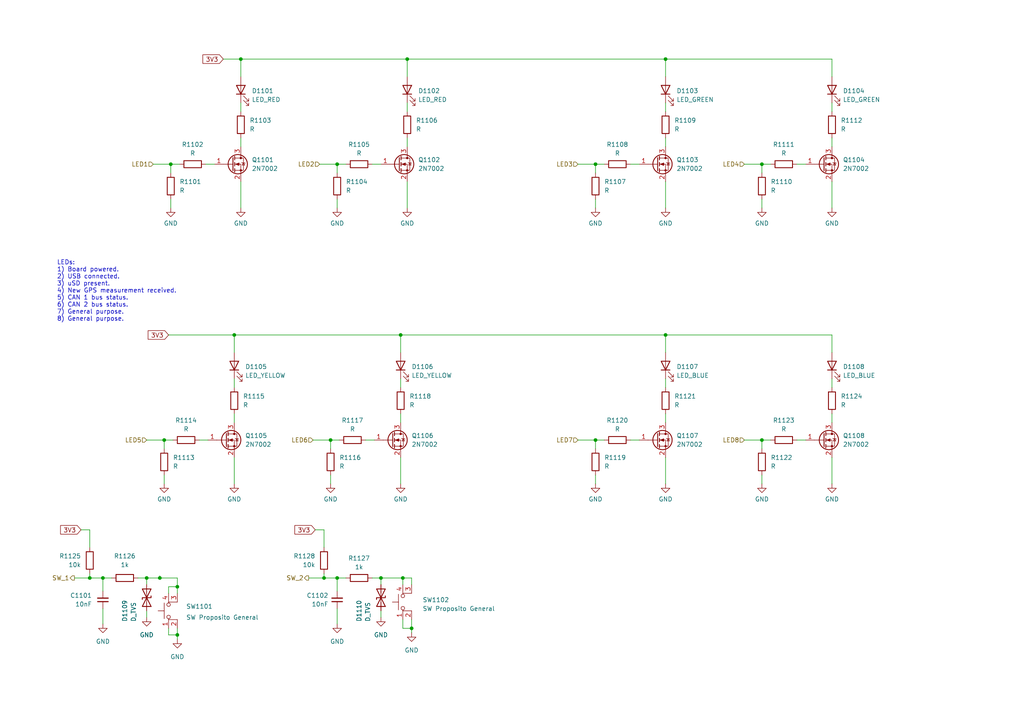
<source format=kicad_sch>
(kicad_sch (version 20211123) (generator eeschema)
  (paper "A4")
  (lib_symbols
    (symbol "Device:C_Small" (pin_numbers hide) (pin_names (offset 0.254) hide)
      (property "Reference" "C" (at 0.254 1.778 0))
      (property "Value" "C_Small" (at 0.254 -2.032 0))
      (symbol "C_Small_0_1"
        (polyline (pts (xy -1.524 -0.508) (xy 1.524 -0.508)) (stroke (width 0.3302)))
        (polyline (pts (xy -1.524 0.508) (xy 1.524 0.508)) (stroke (width 0.3048)))
      )
      (symbol "C_Small_1_1"
        (pin passive line (at 0 2.54 270) (length 2.032) (name "~") (number "1"))
        (pin passive line (at 0 -2.54 90) (length 2.032) (name "~") (number "2"))
      )
    )
    (symbol "Device:D_TVS" (pin_numbers hide) (pin_names (offset 1.016) hide)
      (property "Reference" "D" (at 0 2.54 0))
      (property "Value" "D_TVS" (at 0 -2.54 0))
      (symbol "D_TVS_0_1"
        (polyline (pts (xy 1.27 0) (xy -1.27 0)))
        (polyline (pts (xy 0.508 1.27) (xy 0 1.27) (xy 0 -1.27) (xy -0.508 -1.27)) (stroke (width 0.254)))
        (polyline (pts (xy -2.54 1.27) (xy -2.54 -1.27) (xy 2.54 1.27) (xy 2.54 -1.27) (xy -2.54 1.27)) (stroke (width 0.254)))
      )
      (symbol "D_TVS_1_1"
        (pin passive line (at -3.81 0 0) (length 2.54) (name "A1") (number "1"))
        (pin passive line (at 3.81 0 180) (length 2.54) (name "A2") (number "2"))
      )
    )
    (symbol "Device:LED" (pin_numbers hide) (pin_names (offset 1.016) hide)
      (property "Reference" "D" (at 0 2.54 0))
      (property "Value" "LED" (at 0 -2.54 0))
      (symbol "LED_0_1"
        (polyline (pts (xy -1.27 -1.27) (xy -1.27 1.27)) (stroke (width 0.254)))
        (polyline (pts (xy -1.27 0) (xy 1.27 0)))
        (polyline (pts (xy 1.27 -1.27) (xy 1.27 1.27) (xy -1.27 0) (xy 1.27 -1.27)) (stroke (width 0.254)))
        (polyline (pts (xy -3.048 -0.762) (xy -4.572 -2.286) (xy -3.81 -2.286) (xy -4.572 -2.286) (xy -4.572 -1.524)))
        (polyline (pts (xy -1.778 -0.762) (xy -3.302 -2.286) (xy -2.54 -2.286) (xy -3.302 -2.286) (xy -3.302 -1.524)))
      )
      (symbol "LED_1_1"
        (pin passive line (at -3.81 0 0) (length 2.54) (name "K") (number "1"))
        (pin passive line (at 3.81 0 180) (length 2.54) (name "A") (number "2"))
      )
    )
    (symbol "Device:R" (pin_numbers hide) (pin_names (offset 0))
      (property "Reference" "R" (at 2.032 0 90))
      (property "Value" "R" (at 0 0 90))
      (symbol "R_0_1"
        (rectangle (start -1.016 -2.54) (end 1.016 2.54) (stroke (width 0.254)))
      )
      (symbol "R_1_1"
        (pin passive line (at 0 3.81 270) (length 1.27) (name "~") (number "1"))
        (pin passive line (at 0 -3.81 90) (length 1.27) (name "~") (number "2"))
      )
    )
    (symbol "Switch:SW_MEC_5E" (pin_names (offset 1.016) hide)
      (property "Reference" "SW" (at 0.635 5.715 0))
      (property "Value" "SW_MEC_5E" (at 0 -3.175 0))
      (symbol "SW_MEC_5E_0_1"
        (circle (center -1.778 2.54) (radius 0.508))
        (polyline (pts (xy -2.286 3.81) (xy 2.286 3.81)))
        (polyline (pts (xy 0 3.81) (xy 0 5.588)))
        (polyline (pts (xy -2.54 0) (xy -2.54 2.54) (xy -2.286 2.54)))
        (polyline (pts (xy 2.54 0) (xy 2.54 2.54) (xy 2.286 2.54)))
        (circle (center 1.778 2.54) (radius 0.508))
        (pin passive line (at -5.08 2.54 0) (length 2.54) (name "1") (number "1"))
        (pin passive line (at -5.08 0 0) (length 2.54) (name "2") (number "2"))
        (pin passive line (at 5.08 0 180) (length 2.54) (name "K") (number "3"))
        (pin passive line (at 5.08 2.54 180) (length 2.54) (name "A") (number "4"))
      )
    )
    (symbol "Transistor_FET:2N7002" (pin_names hide)
      (property "Reference" "Q" (at 5.08 1.905 0))
      (property "Value" "2N7002" (at 5.08 0 0))
      (symbol "2N7002_0_1"
        (polyline (pts (xy 0.254 0) (xy -2.54 0)))
        (polyline (pts (xy 0.254 1.905) (xy 0.254 -1.905)) (stroke (width 0.254)))
        (polyline (pts (xy 0.762 -1.27) (xy 0.762 -2.286)) (stroke (width 0.254)))
        (polyline (pts (xy 0.762 0.508) (xy 0.762 -0.508)) (stroke (width 0.254)))
        (polyline (pts (xy 0.762 2.286) (xy 0.762 1.27)) (stroke (width 0.254)))
        (polyline (pts (xy 2.54 2.54) (xy 2.54 1.778)))
        (polyline (pts (xy 2.54 -2.54) (xy 2.54 0) (xy 0.762 0)))
        (polyline (pts (xy 0.762 -1.778) (xy 3.302 -1.778) (xy 3.302 1.778) (xy 0.762 1.778)))
        (polyline (pts (xy 1.016 0) (xy 2.032 0.381) (xy 2.032 -0.381) (xy 1.016 0)) (fill (type outline)))
        (polyline (pts (xy 2.794 0.508) (xy 2.921 0.381) (xy 3.683 0.381) (xy 3.81 0.254)))
        (polyline (pts (xy 3.302 0.381) (xy 2.921 -0.254) (xy 3.683 -0.254) (xy 3.302 0.381)))
        (circle (center 1.651 0) (radius 2.794) (stroke (width 0.254)))
        (circle (center 2.54 -1.778) (radius 0.254) (fill (type outline)))
        (circle (center 2.54 1.778) (radius 0.254) (fill (type outline)))
      )
      (symbol "2N7002_1_1"
        (pin input line (at -5.08 0 0) (length 2.54) (name "G") (number "1"))
        (pin passive line (at 2.54 -5.08 90) (length 2.54) (name "S") (number "2"))
        (pin passive line (at 2.54 5.08 270) (length 2.54) (name "D") (number "3"))
      )
    )
    (symbol "power:GND" (power) (pin_names (offset 0))
      (property "Value" "GND" (at 0 -3.81 0))
      (symbol "GND_0_1"
        (polyline (pts (xy 0 0) (xy 0 -1.27) (xy 1.27 -1.27) (xy 0 -2.54) (xy -1.27 -1.27) (xy 0 -1.27)))
      )
      (symbol "GND_1_1"
        (pin power_in line (at 0 0 270) (length 0) hide (name "GND") (number "1"))
      )
    )
  )
  (junction (at 97.79 47.625))
  (junction (at 97.79 167.64))
  (junction (at 49.53 47.625))
  (junction (at 172.72 47.625))
  (junction (at 95.885 127.635))
  (junction (at 47.625 127.635))
  (junction (at 118.11 17.145))
  (junction (at 46.355 167.64))
  (junction (at 119.38 182.245))
  (junction (at 51.435 170.18))
  (junction (at 29.845 167.64))
  (junction (at 110.49 167.64))
  (junction (at 93.98 167.64))
  (junction (at 42.545 167.64))
  (junction (at 220.98 47.625))
  (junction (at 193.04 17.145))
  (junction (at 220.98 127.635))
  (junction (at 67.945 97.155))
  (junction (at 51.435 184.15))
  (junction (at 26.035 167.64))
  (junction (at 172.72 127.635))
  (junction (at 69.85 17.145))
  (junction (at 116.205 97.155))
  (junction (at 116.84 167.64))
  (junction (at 193.04 97.155))
  (wire (pts (xy 49.53 57.785) (xy 49.53 60.325)))
  (wire (pts (xy 116.84 167.64) (xy 116.84 169.545)))
  (wire (pts (xy 49.53 47.625) (xy 49.53 50.165)))
  (wire (pts (xy 241.3 120.015) (xy 241.3 122.555)))
  (wire (pts (xy 119.38 167.64) (xy 119.38 169.545)))
  (wire (pts (xy 182.88 47.625) (xy 185.42 47.625)))
  (wire (pts (xy 223.52 47.625) (xy 220.98 47.625)))
  (wire (pts (xy 193.04 17.145) (xy 241.3 17.145)))
  (wire (pts (xy 193.04 40.005) (xy 193.04 42.545)))
  (wire (pts (xy 215.9 127.635) (xy 220.98 127.635)))
  (wire (pts (xy 241.3 17.145) (xy 241.3 22.225)))
  (wire (pts (xy 67.945 97.155) (xy 116.205 97.155)))
  (wire (pts (xy 118.11 17.145) (xy 193.04 17.145)))
  (wire (pts (xy 193.04 120.015) (xy 193.04 122.555)))
  (wire (pts (xy 97.79 167.64) (xy 97.79 171.45)))
  (wire (pts (xy 241.3 52.705) (xy 241.3 60.325)))
  (wire (pts (xy 51.435 184.15) (xy 51.435 185.42)))
  (wire (pts (xy 193.04 132.715) (xy 193.04 140.335)))
  (wire (pts (xy 172.72 47.625) (xy 172.72 50.165)))
  (wire (pts (xy 97.79 47.625) (xy 97.79 50.165)))
  (wire (pts (xy 47.625 127.635) (xy 47.625 130.175)))
  (wire (pts (xy 67.945 132.715) (xy 67.945 140.335)))
  (wire (pts (xy 241.3 97.155) (xy 241.3 102.235)))
  (wire (pts (xy 29.845 176.53) (xy 29.845 180.975)))
  (wire (pts (xy 193.04 97.155) (xy 241.3 97.155)))
  (wire (pts (xy 47.625 137.795) (xy 47.625 140.335)))
  (wire (pts (xy 172.72 57.785) (xy 172.72 60.325)))
  (wire (pts (xy 110.49 177.165) (xy 110.49 179.07)))
  (wire (pts (xy 106.045 127.635) (xy 108.585 127.635)))
  (wire (pts (xy 231.14 47.625) (xy 233.68 47.625)))
  (wire (pts (xy 46.355 167.64) (xy 46.355 167.005)))
  (wire (pts (xy 118.11 29.845) (xy 118.11 32.385)))
  (wire (pts (xy 193.04 17.145) (xy 193.04 22.225)))
  (wire (pts (xy 116.84 167.64) (xy 119.38 167.64)))
  (wire (pts (xy 223.52 127.635) (xy 220.98 127.635)))
  (wire (pts (xy 220.98 57.785) (xy 220.98 60.325)))
  (wire (pts (xy 167.64 47.625) (xy 172.72 47.625)))
  (wire (pts (xy 48.895 170.18) (xy 51.435 170.18)))
  (wire (pts (xy 89.535 167.64) (xy 93.98 167.64)))
  (wire (pts (xy 26.035 167.64) (xy 29.845 167.64)))
  (wire (pts (xy 67.945 97.155) (xy 67.945 102.235)))
  (wire (pts (xy 97.79 57.785) (xy 97.79 60.325)))
  (wire (pts (xy 175.26 47.625) (xy 172.72 47.625)))
  (wire (pts (xy 241.3 132.715) (xy 241.3 140.335)))
  (wire (pts (xy 182.88 127.635) (xy 185.42 127.635)))
  (wire (pts (xy 215.9 47.625) (xy 220.98 47.625)))
  (wire (pts (xy 116.205 97.155) (xy 116.205 102.235)))
  (wire (pts (xy 69.85 52.705) (xy 69.85 60.325)))
  (wire (pts (xy 51.435 170.18) (xy 51.435 172.085)))
  (wire (pts (xy 57.785 127.635) (xy 60.325 127.635)))
  (wire (pts (xy 241.3 29.845) (xy 241.3 32.385)))
  (wire (pts (xy 220.98 47.625) (xy 220.98 50.165)))
  (wire (pts (xy 48.895 182.245) (xy 48.895 184.15)))
  (wire (pts (xy 42.545 167.64) (xy 46.355 167.64)))
  (wire (pts (xy 40.005 167.64) (xy 42.545 167.64)))
  (wire (pts (xy 116.205 132.715) (xy 116.205 140.335)))
  (wire (pts (xy 193.04 29.845) (xy 193.04 32.385)))
  (wire (pts (xy 119.38 182.245) (xy 119.38 179.705)))
  (wire (pts (xy 59.69 47.625) (xy 62.23 47.625)))
  (wire (pts (xy 93.98 153.67) (xy 93.98 158.75)))
  (wire (pts (xy 220.98 137.795) (xy 220.98 140.335)))
  (wire (pts (xy 69.85 17.145) (xy 118.11 17.145)))
  (wire (pts (xy 116.205 120.015) (xy 116.205 122.555)))
  (wire (pts (xy 69.85 17.145) (xy 69.85 22.225)))
  (wire (pts (xy 42.545 177.165) (xy 42.545 179.07)))
  (wire (pts (xy 97.79 176.53) (xy 97.79 180.975)))
  (wire (pts (xy 67.945 120.015) (xy 67.945 122.555)))
  (wire (pts (xy 48.895 97.155) (xy 67.945 97.155)))
  (wire (pts (xy 172.72 137.795) (xy 172.72 140.335)))
  (wire (pts (xy 118.11 17.145) (xy 118.11 22.225)))
  (wire (pts (xy 118.11 40.005) (xy 118.11 42.545)))
  (wire (pts (xy 95.885 137.795) (xy 95.885 140.335)))
  (wire (pts (xy 48.895 172.085) (xy 48.895 170.18)))
  (wire (pts (xy 167.64 127.635) (xy 172.72 127.635)))
  (wire (pts (xy 32.385 167.64) (xy 29.845 167.64)))
  (wire (pts (xy 107.95 47.625) (xy 110.49 47.625)))
  (wire (pts (xy 91.44 153.67) (xy 93.98 153.67)))
  (wire (pts (xy 193.04 97.155) (xy 193.04 102.235)))
  (wire (pts (xy 116.84 179.705) (xy 116.84 182.245)))
  (wire (pts (xy 193.04 109.855) (xy 193.04 112.395)))
  (wire (pts (xy 44.45 47.625) (xy 49.53 47.625)))
  (wire (pts (xy 119.38 182.245) (xy 119.38 183.515)))
  (wire (pts (xy 64.77 17.145) (xy 69.85 17.145)))
  (wire (pts (xy 172.72 127.635) (xy 172.72 130.175)))
  (wire (pts (xy 48.895 184.15) (xy 51.435 184.15)))
  (wire (pts (xy 118.11 52.705) (xy 118.11 60.325)))
  (wire (pts (xy 98.425 127.635) (xy 95.885 127.635)))
  (wire (pts (xy 93.98 167.64) (xy 97.79 167.64)))
  (wire (pts (xy 26.035 166.37) (xy 26.035 167.64)))
  (wire (pts (xy 67.945 109.855) (xy 67.945 112.395)))
  (wire (pts (xy 42.545 167.64) (xy 42.545 169.545)))
  (wire (pts (xy 231.14 127.635) (xy 233.68 127.635)))
  (wire (pts (xy 110.49 167.64) (xy 116.84 167.64)))
  (wire (pts (xy 100.33 167.64) (xy 97.79 167.64)))
  (wire (pts (xy 116.84 182.245) (xy 119.38 182.245)))
  (wire (pts (xy 116.205 109.855) (xy 116.205 112.395)))
  (wire (pts (xy 26.035 153.67) (xy 26.035 158.75)))
  (wire (pts (xy 90.805 127.635) (xy 95.885 127.635)))
  (wire (pts (xy 241.3 40.005) (xy 241.3 42.545)))
  (wire (pts (xy 52.07 47.625) (xy 49.53 47.625)))
  (wire (pts (xy 23.495 153.67) (xy 26.035 153.67)))
  (wire (pts (xy 51.435 167.64) (xy 51.435 170.18)))
  (wire (pts (xy 110.49 167.64) (xy 110.49 169.545)))
  (wire (pts (xy 69.85 40.005) (xy 69.85 42.545)))
  (wire (pts (xy 46.355 167.64) (xy 51.435 167.64)))
  (wire (pts (xy 50.165 127.635) (xy 47.625 127.635)))
  (wire (pts (xy 51.435 182.245) (xy 51.435 184.15)))
  (wire (pts (xy 241.3 109.855) (xy 241.3 112.395)))
  (wire (pts (xy 42.545 127.635) (xy 47.625 127.635)))
  (wire (pts (xy 116.205 97.155) (xy 193.04 97.155)))
  (wire (pts (xy 107.95 167.64) (xy 110.49 167.64)))
  (wire (pts (xy 175.26 127.635) (xy 172.72 127.635)))
  (wire (pts (xy 95.885 127.635) (xy 95.885 130.175)))
  (wire (pts (xy 93.98 166.37) (xy 93.98 167.64)))
  (wire (pts (xy 92.71 47.625) (xy 97.79 47.625)))
  (wire (pts (xy 193.04 52.705) (xy 193.04 60.325)))
  (wire (pts (xy 29.845 167.64) (xy 29.845 171.45)))
  (wire (pts (xy 21.59 167.64) (xy 26.035 167.64)))
  (wire (pts (xy 220.98 127.635) (xy 220.98 130.175)))
  (wire (pts (xy 69.85 29.845) (xy 69.85 32.385)))
  (wire (pts (xy 100.33 47.625) (xy 97.79 47.625)))
  (text "LEDs:\n1) Board powered.\n2) USB connected.\n3) uSD present.\n4) New GPS measurement received.\n5) CAN 1 bus status.\n6) CAN 2 bus status.\n7) General purpose.\n8) General purpose." (at 16.51 93.345 0) (effects (font (size 1.27 1.27)) (justify left bottom)))
  (global_label "3V3" (shape input) (at 91.44 153.67 180) (property "Intersheet References" "${INTERSHEET_REFS}" (effects hide)))
  (global_label "3V3" (shape input) (at 64.77 17.145 180) (property "Intersheet References" "${INTERSHEET_REFS}" (effects hide)))
  (global_label "3V3" (shape input) (at 48.895 97.155 180) (property "Intersheet References" "${INTERSHEET_REFS}" (effects hide)))
  (global_label "3V3" (shape input) (at 23.495 153.67 180) (property "Intersheet References" "${INTERSHEET_REFS}" (effects hide)))
  (hierarchical_label "LED6" (shape input) (at 90.805 127.635 180))
  (hierarchical_label "LED7" (shape input) (at 167.64 127.635 180))
  (hierarchical_label "LED1" (shape input) (at 44.45 47.625 180))
  (hierarchical_label "LED3" (shape input) (at 167.64 47.625 180))
  (hierarchical_label "SW_1" (shape output) (at 21.59 167.64 180))
  (hierarchical_label "SW_2" (shape output) (at 89.535 167.64 180))
  (hierarchical_label "LED4" (shape input) (at 215.9 47.625 180))
  (hierarchical_label "LED2" (shape input) (at 92.71 47.625 180))
  (hierarchical_label "LED5" (shape input) (at 42.545 127.635 180))
  (hierarchical_label "LED8" (shape input) (at 215.9 127.635 180))
  (symbol (lib_id "Device:LED") (at 193.04 26.035 90) (unit 1)
    (property "Reference" "D1103" (at 196.215 26.3524 90) (effects (justify right)))
    (property "Value" "LED_GREEN" (at 196.215 28.8924 90) (effects (justify right)))
    (property "Footprint" "LED_SMD:LED_0805_2012Metric_Pad1.15x1.40mm_HandSolder" (effects hide))
  )
  (symbol (lib_id "Device:R") (at 55.88 47.625 90) (unit 1)
    (property "Reference" "R1102" (at 55.88 41.91 90))
    (property "Value" "R" (at 55.88 44.45 90))
    (property "Footprint" "Resistor_SMD:R_0402_1005Metric_Pad0.72x0.64mm_HandSolder" (effects hide))
  )
  (symbol (lib_id "Device:R") (at 95.885 133.985 180) (unit 1)
    (property "Reference" "R1116" (at 98.425 132.7149 0) (effects (justify right)))
    (property "Value" "R" (at 98.425 135.2549 0) (effects (justify right)))
    (property "Footprint" "Resistor_SMD:R_0402_1005Metric_Pad0.72x0.64mm_HandSolder" (effects hide))
  )
  (symbol (lib_id "power:GND") (at 172.72 140.335 0) (unit 1)
    (property "Reference" "#PWR0161" (effects hide))
    (property "Value" "GND" (at 172.72 144.78 0))
  )
  (symbol (lib_id "Device:R") (at 47.625 133.985 180) (unit 1)
    (property "Reference" "R1113" (at 50.165 132.7149 0) (effects (justify right)))
    (property "Value" "R" (at 50.165 135.2549 0) (effects (justify right)))
    (property "Footprint" "Resistor_SMD:R_0402_1005Metric_Pad0.72x0.64mm_HandSolder" (effects hide))
  )
  (symbol (lib_id "Device:R") (at 172.72 133.985 180) (unit 1)
    (property "Reference" "R1119" (at 175.26 132.7149 0) (effects (justify right)))
    (property "Value" "R" (at 175.26 135.2549 0) (effects (justify right)))
    (property "Footprint" "Resistor_SMD:R_0402_1005Metric_Pad0.72x0.64mm_HandSolder" (effects hide))
  )
  (symbol (lib_id "Device:R") (at 67.945 116.205 180) (unit 1)
    (property "Reference" "R1115" (at 70.485 114.9349 0) (effects (justify right)))
    (property "Value" "R" (at 70.485 117.4749 0) (effects (justify right)))
    (property "Footprint" "Resistor_SMD:R_0805_2012Metric_Pad1.20x1.40mm_HandSolder" (effects hide))
  )
  (symbol (lib_id "Device:LED") (at 241.3 26.035 90) (unit 1)
    (property "Reference" "D1104" (at 244.475 26.3524 90) (effects (justify right)))
    (property "Value" "LED_GREEN" (at 244.475 28.8924 90) (effects (justify right)))
    (property "Footprint" "LED_SMD:LED_0805_2012Metric_Pad1.15x1.40mm_HandSolder" (effects hide))
  )
  (symbol (lib_id "Transistor_FET:2N7002") (at 67.31 47.625 0) (unit 1)
    (property "Reference" "Q1101" (at 73.025 46.3549 0) (effects (justify left)))
    (property "Value" "2N7002" (at 73.025 48.8949 0) (effects (justify left)))
    (property "Footprint" "Package_TO_SOT_SMD:SOT-23" (effects hide))
    (property "Datasheet" "https://www.onsemi.com/pub/Collateral/NDS7002A-D.PDF" (effects hide))
  )
  (symbol (lib_id "Transistor_FET:2N7002") (at 238.76 127.635 0) (unit 1)
    (property "Reference" "Q1108" (at 244.475 126.3649 0) (effects (justify left)))
    (property "Value" "2N7002" (at 244.475 128.9049 0) (effects (justify left)))
    (property "Footprint" "Package_TO_SOT_SMD:SOT-23" (effects hide))
    (property "Datasheet" "https://www.onsemi.com/pub/Collateral/NDS7002A-D.PDF" (effects hide))
  )
  (symbol (lib_id "power:GND") (at 69.85 60.325 0) (unit 1)
    (property "Reference" "#PWR0147" (effects hide))
    (property "Value" "GND" (at 69.85 64.77 0))
  )
  (symbol (lib_id "power:GND") (at 119.38 183.515 0) (unit 1)
    (property "Reference" "#PWR0165" (effects hide))
    (property "Value" "GND" (at 119.38 188.595 0))
  )
  (symbol (lib_id "Device:R") (at 241.3 36.195 180) (unit 1)
    (property "Reference" "R1112" (at 243.84 34.9249 0) (effects (justify right)))
    (property "Value" "R" (at 243.84 37.4649 0) (effects (justify right)))
    (property "Footprint" "Resistor_SMD:R_0805_2012Metric_Pad1.20x1.40mm_HandSolder" (effects hide))
  )
  (symbol (lib_id "Device:C_Small") (at 97.79 173.99 0) (mirror x) (unit 1)
    (property "Reference" "C1102" (at 95.25 172.7135 0) (effects (justify right)))
    (property "Value" "10nF" (at 95.25 175.2535 0) (effects (justify right)))
    (property "Footprint" "Capacitor_SMD:C_0402_1005Metric_Pad0.74x0.62mm_HandSolder" (effects hide))
  )
  (symbol (lib_id "power:GND") (at 67.945 140.335 0) (unit 1)
    (property "Reference" "#PWR0155" (effects hide))
    (property "Value" "GND" (at 67.945 144.78 0))
  )
  (symbol (lib_id "power:GND") (at 172.72 60.325 0) (unit 1)
    (property "Reference" "#PWR0151" (effects hide))
    (property "Value" "GND" (at 172.72 64.77 0))
  )
  (symbol (lib_id "Device:D_TVS") (at 110.49 173.355 270) (mirror x) (unit 1)
    (property "Reference" "D1110" (at 104.14 180.34 0) (effects (justify left)))
    (property "Value" "D_TVS" (at 106.68 180.34 0) (effects (justify left)))
    (property "Footprint" "Diode_SMD:D_0402_1005Metric_Pad0.77x0.64mm_HandSolder" (effects hide))
  )
  (symbol (lib_id "Device:C_Small") (at 29.845 173.99 0) (mirror x) (unit 1)
    (property "Reference" "C1101" (at 26.67 172.7135 0) (effects (justify right)))
    (property "Value" "10nF" (at 26.67 175.2535 0) (effects (justify right)))
    (property "Footprint" "Capacitor_SMD:C_0402_1005Metric_Pad0.74x0.62mm_HandSolder" (effects hide))
  )
  (symbol (lib_id "Switch:SW_MEC_5E") (at 51.435 177.165 90) (unit 1)
    (property "Reference" "SW1101" (at 53.975 175.895 90) (effects (justify right)))
    (property "Value" "SW Proposito General" (at 53.975 179.07 90) (effects (justify right)))
    (property "Footprint" "TL3305AF160QG:SW_TL3305AF160QG" (effects hide))
    (property "Datasheet" "http://www.apem.com/int/index.php?controller=attachment&id_attachment=1371" (effects hide))
  )
  (symbol (lib_id "Device:R") (at 220.98 53.975 180) (unit 1)
    (property "Reference" "R1110" (at 223.52 52.7049 0) (effects (justify right)))
    (property "Value" "R" (at 223.52 55.2449 0) (effects (justify right)))
    (property "Footprint" "Resistor_SMD:R_0402_1005Metric_Pad0.72x0.64mm_HandSolder" (effects hide))
  )
  (symbol (lib_id "Device:R") (at 104.14 167.64 90) (unit 1)
    (property "Reference" "R1127" (at 104.14 161.925 90))
    (property "Value" "1k" (at 104.14 164.465 90))
    (property "Footprint" "Resistor_SMD:R_0402_1005Metric_Pad0.72x0.64mm_HandSolder" (effects hide))
  )
  (symbol (lib_id "Transistor_FET:2N7002") (at 115.57 47.625 0) (unit 1)
    (property "Reference" "Q1102" (at 121.285 46.3549 0) (effects (justify left)))
    (property "Value" "2N7002" (at 121.285 48.8949 0) (effects (justify left)))
    (property "Footprint" "Package_TO_SOT_SMD:SOT-23" (effects hide))
    (property "Datasheet" "https://www.onsemi.com/pub/Collateral/NDS7002A-D.PDF" (effects hide))
  )
  (symbol (lib_id "Device:R") (at 118.11 36.195 180) (unit 1)
    (property "Reference" "R1106" (at 120.65 34.9249 0) (effects (justify right)))
    (property "Value" "R" (at 120.65 37.4649 0) (effects (justify right)))
    (property "Footprint" "Resistor_SMD:R_0805_2012Metric_Pad1.20x1.40mm_HandSolder" (effects hide))
  )
  (symbol (lib_id "power:GND") (at 47.625 140.335 0) (unit 1)
    (property "Reference" "#PWR0156" (effects hide))
    (property "Value" "GND" (at 47.625 144.78 0))
  )
  (symbol (lib_id "Device:LED") (at 193.04 106.045 90) (unit 1)
    (property "Reference" "D1107" (at 196.215 106.3624 90) (effects (justify right)))
    (property "Value" "LED_BLUE" (at 196.215 108.9024 90) (effects (justify right)))
    (property "Footprint" "LED_SMD:LED_0805_2012Metric_Pad1.15x1.40mm_HandSolder" (effects hide))
  )
  (symbol (lib_id "Device:R") (at 179.07 47.625 90) (unit 1)
    (property "Reference" "R1108" (at 179.07 41.91 90))
    (property "Value" "R" (at 179.07 44.45 90))
    (property "Footprint" "Resistor_SMD:R_0402_1005Metric_Pad0.72x0.64mm_HandSolder" (effects hide))
  )
  (symbol (lib_id "Device:R") (at 53.975 127.635 90) (unit 1)
    (property "Reference" "R1114" (at 53.975 121.92 90))
    (property "Value" "R" (at 53.975 124.46 90))
    (property "Footprint" "Resistor_SMD:R_0402_1005Metric_Pad0.72x0.64mm_HandSolder" (effects hide))
  )
  (symbol (lib_id "power:GND") (at 220.98 140.335 0) (unit 1)
    (property "Reference" "#PWR0159" (effects hide))
    (property "Value" "GND" (at 220.98 144.78 0))
  )
  (symbol (lib_id "power:GND") (at 42.545 179.07 0) (unit 1)
    (property "Reference" "#PWR0215" (effects hide))
    (property "Value" "GND" (at 42.545 184.15 0))
  )
  (symbol (lib_id "Device:LED") (at 67.945 106.045 90) (unit 1)
    (property "Reference" "D1105" (at 71.12 106.3624 90) (effects (justify right)))
    (property "Value" "LED_YELLOW" (at 71.12 108.9024 90) (effects (justify right)))
    (property "Footprint" "LED_SMD:LED_0805_2012Metric_Pad1.15x1.40mm_HandSolder" (effects hide))
  )
  (symbol (lib_id "Transistor_FET:2N7002") (at 190.5 47.625 0) (unit 1)
    (property "Reference" "Q1103" (at 196.215 46.3549 0) (effects (justify left)))
    (property "Value" "2N7002" (at 196.215 48.8949 0) (effects (justify left)))
    (property "Footprint" "Package_TO_SOT_SMD:SOT-23" (effects hide))
    (property "Datasheet" "https://www.onsemi.com/pub/Collateral/NDS7002A-D.PDF" (effects hide))
  )
  (symbol (lib_id "Device:R") (at 93.98 162.56 0) (mirror y) (unit 1)
    (property "Reference" "R1128" (at 91.44 161.2899 0) (effects (justify left)))
    (property "Value" "10k" (at 91.44 163.8299 0) (effects (justify left)))
    (property "Footprint" "Resistor_SMD:R_0402_1005Metric_Pad0.72x0.64mm_HandSolder" (effects hide))
  )
  (symbol (lib_id "Device:LED") (at 116.205 106.045 90) (unit 1)
    (property "Reference" "D1106" (at 119.38 106.3624 90) (effects (justify right)))
    (property "Value" "LED_YELLOW" (at 119.38 108.9024 90) (effects (justify right)))
    (property "Footprint" "LED_SMD:LED_0805_2012Metric_Pad1.15x1.40mm_HandSolder" (effects hide))
  )
  (symbol (lib_id "Device:R") (at 69.85 36.195 180) (unit 1)
    (property "Reference" "R1103" (at 72.39 34.9249 0) (effects (justify right)))
    (property "Value" "R" (at 72.39 37.4649 0) (effects (justify right)))
    (property "Footprint" "Resistor_SMD:R_0805_2012Metric_Pad1.20x1.40mm_HandSolder" (effects hide))
  )
  (symbol (lib_id "power:GND") (at 116.205 140.335 0) (unit 1)
    (property "Reference" "#PWR0153" (effects hide))
    (property "Value" "GND" (at 116.205 144.78 0))
  )
  (symbol (lib_id "power:GND") (at 241.3 140.335 0) (unit 1)
    (property "Reference" "#PWR0160" (effects hide))
    (property "Value" "GND" (at 241.3 144.78 0))
  )
  (symbol (lib_id "Device:R") (at 49.53 53.975 180) (unit 1)
    (property "Reference" "R1101" (at 52.07 52.7049 0) (effects (justify right)))
    (property "Value" "R" (at 52.07 55.2449 0) (effects (justify right)))
    (property "Footprint" "Resistor_SMD:R_0402_1005Metric_Pad0.72x0.64mm_HandSolder" (effects hide))
  )
  (symbol (lib_id "Transistor_FET:2N7002") (at 238.76 47.625 0) (unit 1)
    (property "Reference" "Q1104" (at 244.475 46.3549 0) (effects (justify left)))
    (property "Value" "2N7002" (at 244.475 48.8949 0) (effects (justify left)))
    (property "Footprint" "Package_TO_SOT_SMD:SOT-23" (effects hide))
    (property "Datasheet" "https://www.onsemi.com/pub/Collateral/NDS7002A-D.PDF" (effects hide))
  )
  (symbol (lib_id "power:GND") (at 241.3 60.325 0) (unit 1)
    (property "Reference" "#PWR0149" (effects hide))
    (property "Value" "GND" (at 241.3 64.77 0))
  )
  (symbol (lib_id "Transistor_FET:2N7002") (at 65.405 127.635 0) (unit 1)
    (property "Reference" "Q1105" (at 71.12 126.3649 0) (effects (justify left)))
    (property "Value" "2N7002" (at 71.12 128.9049 0) (effects (justify left)))
    (property "Footprint" "Package_TO_SOT_SMD:SOT-23" (effects hide))
    (property "Datasheet" "https://www.onsemi.com/pub/Collateral/NDS7002A-D.PDF" (effects hide))
  )
  (symbol (lib_id "power:GND") (at 110.49 179.07 0) (unit 1)
    (property "Reference" "#PWR0217" (effects hide))
    (property "Value" "GND" (at 110.49 184.15 0))
  )
  (symbol (lib_id "Device:R") (at 220.98 133.985 180) (unit 1)
    (property "Reference" "R1122" (at 223.52 132.7149 0) (effects (justify right)))
    (property "Value" "R" (at 223.52 135.2549 0) (effects (justify right)))
    (property "Footprint" "Resistor_SMD:R_0402_1005Metric_Pad0.72x0.64mm_HandSolder" (effects hide))
  )
  (symbol (lib_id "Device:R") (at 227.33 127.635 90) (unit 1)
    (property "Reference" "R1123" (at 227.33 121.92 90))
    (property "Value" "R" (at 227.33 124.46 90))
    (property "Footprint" "Resistor_SMD:R_0402_1005Metric_Pad0.72x0.64mm_HandSolder" (effects hide))
  )
  (symbol (lib_id "power:GND") (at 97.79 180.975 0) (unit 1)
    (property "Reference" "#PWR0216" (effects hide))
    (property "Value" "GND" (at 97.79 186.055 0))
  )
  (symbol (lib_id "Device:LED") (at 241.3 106.045 90) (unit 1)
    (property "Reference" "D1108" (at 244.475 106.3624 90) (effects (justify right)))
    (property "Value" "LED_BLUE" (at 244.475 108.9024 90) (effects (justify right)))
    (property "Footprint" "LED_SMD:LED_0805_2012Metric_Pad1.15x1.40mm_HandSolder" (effects hide))
  )
  (symbol (lib_id "Device:D_TVS") (at 42.545 173.355 270) (mirror x) (unit 1)
    (property "Reference" "D1109" (at 36.195 180.34 0) (effects (justify left)))
    (property "Value" "D_TVS" (at 38.735 180.34 0) (effects (justify left)))
    (property "Footprint" "Diode_SMD:D_0402_1005Metric_Pad0.77x0.64mm_HandSolder" (effects hide))
  )
  (symbol (lib_id "power:GND") (at 193.04 60.325 0) (unit 1)
    (property "Reference" "#PWR0152" (effects hide))
    (property "Value" "GND" (at 193.04 64.77 0))
  )
  (symbol (lib_id "Device:R") (at 97.79 53.975 180) (unit 1)
    (property "Reference" "R1104" (at 100.33 52.7049 0) (effects (justify right)))
    (property "Value" "R" (at 100.33 55.2449 0) (effects (justify right)))
    (property "Footprint" "Resistor_SMD:R_0402_1005Metric_Pad0.72x0.64mm_HandSolder" (effects hide))
  )
  (symbol (lib_id "power:GND") (at 220.98 60.325 0) (unit 1)
    (property "Reference" "#PWR0150" (effects hide))
    (property "Value" "GND" (at 220.98 64.77 0))
  )
  (symbol (lib_id "Device:R") (at 193.04 116.205 180) (unit 1)
    (property "Reference" "R1121" (at 195.58 114.9349 0) (effects (justify right)))
    (property "Value" "R" (at 195.58 117.4749 0) (effects (justify right)))
    (property "Footprint" "Resistor_SMD:R_0805_2012Metric_Pad1.20x1.40mm_HandSolder" (effects hide))
  )
  (symbol (lib_id "Device:R") (at 172.72 53.975 180) (unit 1)
    (property "Reference" "R1107" (at 175.26 52.7049 0) (effects (justify right)))
    (property "Value" "R" (at 175.26 55.2449 0) (effects (justify right)))
    (property "Footprint" "Resistor_SMD:R_0402_1005Metric_Pad0.72x0.64mm_HandSolder" (effects hide))
  )
  (symbol (lib_id "Device:R") (at 36.195 167.64 90) (unit 1)
    (property "Reference" "R1126" (at 36.195 161.29 90))
    (property "Value" "1k" (at 36.195 163.83 90))
    (property "Footprint" "Resistor_SMD:R_0402_1005Metric_Pad0.72x0.64mm_HandSolder" (effects hide))
  )
  (symbol (lib_id "Device:R") (at 179.07 127.635 90) (unit 1)
    (property "Reference" "R1120" (at 179.07 121.92 90))
    (property "Value" "R" (at 179.07 124.46 90))
    (property "Footprint" "Resistor_SMD:R_0402_1005Metric_Pad0.72x0.64mm_HandSolder" (effects hide))
  )
  (symbol (lib_id "Device:R") (at 104.14 47.625 90) (unit 1)
    (property "Reference" "R1105" (at 104.14 41.91 90))
    (property "Value" "R" (at 104.14 44.45 90))
    (property "Footprint" "Resistor_SMD:R_0402_1005Metric_Pad0.72x0.64mm_HandSolder" (effects hide))
  )
  (symbol (lib_id "power:GND") (at 29.845 180.975 0) (unit 1)
    (property "Reference" "#PWR0213" (effects hide))
    (property "Value" "GND" (at 29.845 186.055 0))
  )
  (symbol (lib_id "Device:R") (at 241.3 116.205 180) (unit 1)
    (property "Reference" "R1124" (at 243.84 114.9349 0) (effects (justify right)))
    (property "Value" "R" (at 243.84 117.4749 0) (effects (justify right)))
    (property "Footprint" "Resistor_SMD:R_0805_2012Metric_Pad1.20x1.40mm_HandSolder" (effects hide))
  )
  (symbol (lib_id "power:GND") (at 118.11 60.325 0) (unit 1)
    (property "Reference" "#PWR0157" (effects hide))
    (property "Value" "GND" (at 118.11 64.77 0))
  )
  (symbol (lib_id "Device:R") (at 102.235 127.635 90) (unit 1)
    (property "Reference" "R1117" (at 102.235 121.92 90))
    (property "Value" "R" (at 102.235 124.46 90))
    (property "Footprint" "Resistor_SMD:R_0402_1005Metric_Pad0.72x0.64mm_HandSolder" (effects hide))
  )
  (symbol (lib_id "power:GND") (at 49.53 60.325 0) (unit 1)
    (property "Reference" "#PWR0148" (effects hide))
    (property "Value" "GND" (at 49.53 64.77 0))
  )
  (symbol (lib_id "power:GND") (at 193.04 140.335 0) (unit 1)
    (property "Reference" "#PWR0162" (effects hide))
    (property "Value" "GND" (at 193.04 144.78 0))
  )
  (symbol (lib_id "Device:R") (at 193.04 36.195 180) (unit 1)
    (property "Reference" "R1109" (at 195.58 34.9249 0) (effects (justify right)))
    (property "Value" "R" (at 195.58 37.4649 0) (effects (justify right)))
    (property "Footprint" "Resistor_SMD:R_0805_2012Metric_Pad1.20x1.40mm_HandSolder" (effects hide))
  )
  (symbol (lib_id "Device:R") (at 26.035 162.56 0) (mirror y) (unit 1)
    (property "Reference" "R1125" (at 23.495 161.2899 0) (effects (justify left)))
    (property "Value" "10k" (at 23.495 163.8299 0) (effects (justify left)))
    (property "Footprint" "Resistor_SMD:R_0402_1005Metric_Pad0.72x0.64mm_HandSolder" (effects hide))
  )
  (symbol (lib_id "power:GND") (at 97.79 60.325 0) (unit 1)
    (property "Reference" "#PWR0158" (effects hide))
    (property "Value" "GND" (at 97.79 64.77 0))
  )
  (symbol (lib_id "power:GND") (at 51.435 185.42 0) (unit 1)
    (property "Reference" "#PWR0214" (effects hide))
    (property "Value" "GND" (at 51.435 190.5 0))
  )
  (symbol (lib_id "Device:LED") (at 118.11 26.035 90) (unit 1)
    (property "Reference" "D1102" (at 121.285 26.3524 90) (effects (justify right)))
    (property "Value" "LED_RED" (at 121.285 28.8924 90) (effects (justify right)))
    (property "Footprint" "LED_SMD:LED_0805_2012Metric_Pad1.15x1.40mm_HandSolder" (effects hide))
  )
  (symbol (lib_id "Transistor_FET:2N7002") (at 190.5 127.635 0) (unit 1)
    (property "Reference" "Q1107" (at 196.215 126.3649 0) (effects (justify left)))
    (property "Value" "2N7002" (at 196.215 128.9049 0) (effects (justify left)))
    (property "Footprint" "Package_TO_SOT_SMD:SOT-23" (effects hide))
    (property "Datasheet" "https://www.onsemi.com/pub/Collateral/NDS7002A-D.PDF" (effects hide))
  )
  (symbol (lib_id "power:GND") (at 95.885 140.335 0) (unit 1)
    (property "Reference" "#PWR0154" (effects hide))
    (property "Value" "GND" (at 95.885 144.78 0))
  )
  (symbol (lib_id "Switch:SW_MEC_5E") (at 119.38 174.625 90) (unit 1)
    (property "Reference" "SW1102" (at 122.555 173.99 90) (effects (justify right)))
    (property "Value" "SW Proposito General" (at 122.555 176.53 90) (effects (justify right)))
    (property "Footprint" "TL3305AF160QG:SW_TL3305AF160QG" (effects hide))
    (property "Datasheet" "http://www.apem.com/int/index.php?controller=attachment&id_attachment=1371" (effects hide))
  )
  (symbol (lib_id "Device:R") (at 227.33 47.625 90) (unit 1)
    (property "Reference" "R1111" (at 227.33 41.91 90))
    (property "Value" "R" (at 227.33 44.45 90))
    (property "Footprint" "Resistor_SMD:R_0402_1005Metric_Pad0.72x0.64mm_HandSolder" (effects hide))
  )
  (symbol (lib_id "Transistor_FET:2N7002") (at 113.665 127.635 0) (unit 1)
    (property "Reference" "Q1106" (at 119.38 126.3649 0) (effects (justify left)))
    (property "Value" "2N7002" (at 119.38 128.9049 0) (effects (justify left)))
    (property "Footprint" "Package_TO_SOT_SMD:SOT-23" (effects hide))
    (property "Datasheet" "https://www.onsemi.com/pub/Collateral/NDS7002A-D.PDF" (effects hide))
  )
  (symbol (lib_id "Device:R") (at 116.205 116.205 180) (unit 1)
    (property "Reference" "R1118" (at 118.745 114.9349 0) (effects (justify right)))
    (property "Value" "R" (at 118.745 117.4749 0) (effects (justify right)))
    (property "Footprint" "Resistor_SMD:R_0805_2012Metric_Pad1.20x1.40mm_HandSolder" (effects hide))
  )
  (symbol (lib_id "Device:LED") (at 69.85 26.035 90) (unit 1)
    (property "Reference" "D1101" (at 73.025 26.3524 90) (effects (justify right)))
    (property "Value" "LED_RED" (at 73.025 28.8924 90) (effects (justify right)))
    (property "Footprint" "LED_SMD:LED_0805_2012Metric_Pad1.15x1.40mm_HandSolder" (effects hide))
  )
)
</source>
